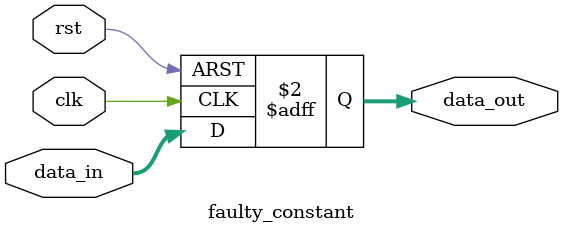
<source format=v>
`define WIDTH 8

module faulty_constant (
    input wire clk,
    input wire rst,
    input wire [`WIDTH:0] data_in, // Syntax error: `WIDTH` should be `WIDTH-1`
    output reg [`WIDTH:0] data_out
);

    always @(posedge clk or posedge rst) begin
        if (rst)
            data_out <= `WIDTH'b0; // Syntax error: `WIDTH` should be used as an integer, not in bit-width notation
        else
            data_out <= data_in;
    end

endmodule

</source>
